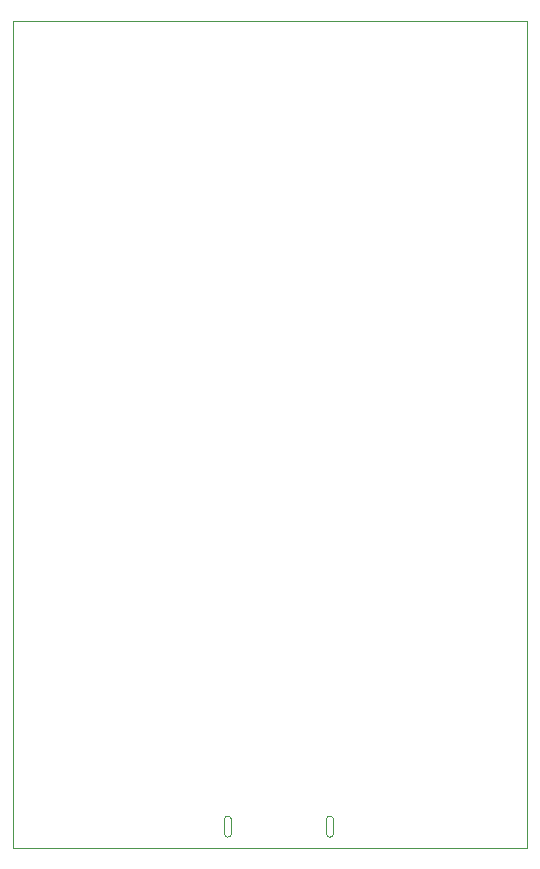
<source format=gbr>
%TF.GenerationSoftware,KiCad,Pcbnew,9.0.2*%
%TF.CreationDate,2025-06-19T13:39:27-06:00*%
%TF.ProjectId,MPU_MOD,4d50555f-4d4f-4442-9e6b-696361645f70,rev?*%
%TF.SameCoordinates,Original*%
%TF.FileFunction,Profile,NP*%
%FSLAX46Y46*%
G04 Gerber Fmt 4.6, Leading zero omitted, Abs format (unit mm)*
G04 Created by KiCad (PCBNEW 9.0.2) date 2025-06-19 13:39:27*
%MOMM*%
%LPD*%
G01*
G04 APERTURE LIST*
%TA.AperFunction,Profile*%
%ADD10C,0.050000*%
%TD*%
%TA.AperFunction,Profile*%
%ADD11C,0.010000*%
%TD*%
G04 APERTURE END LIST*
D10*
X68500000Y-31000000D02*
X112000000Y-31000000D01*
X112000000Y-101000000D01*
X68500000Y-101000000D01*
X68500000Y-31000000D01*
D11*
%TO.C,J801*%
X86380000Y-98587500D02*
X86380000Y-99787500D01*
X86980000Y-99787500D02*
X86980000Y-98587500D01*
X95020000Y-98587500D02*
X95020000Y-99787500D01*
X95620000Y-99787500D02*
X95620000Y-98587500D01*
X86380000Y-98587500D02*
G75*
G02*
X86680000Y-98287500I300000J0D01*
G01*
X86680000Y-98287500D02*
G75*
G02*
X86980000Y-98587500I0J-300000D01*
G01*
X86680000Y-100087500D02*
G75*
G02*
X86380000Y-99787500I0J300000D01*
G01*
X86980000Y-99787500D02*
G75*
G02*
X86680000Y-100087500I-300000J0D01*
G01*
X95020000Y-98587500D02*
G75*
G02*
X95320000Y-98287500I300000J0D01*
G01*
X95320000Y-98287500D02*
G75*
G02*
X95620000Y-98587500I0J-300000D01*
G01*
X95320000Y-100087500D02*
G75*
G02*
X95020000Y-99787500I0J300000D01*
G01*
X95620000Y-99787500D02*
G75*
G02*
X95320000Y-100087500I-300000J0D01*
G01*
%TD*%
M02*

</source>
